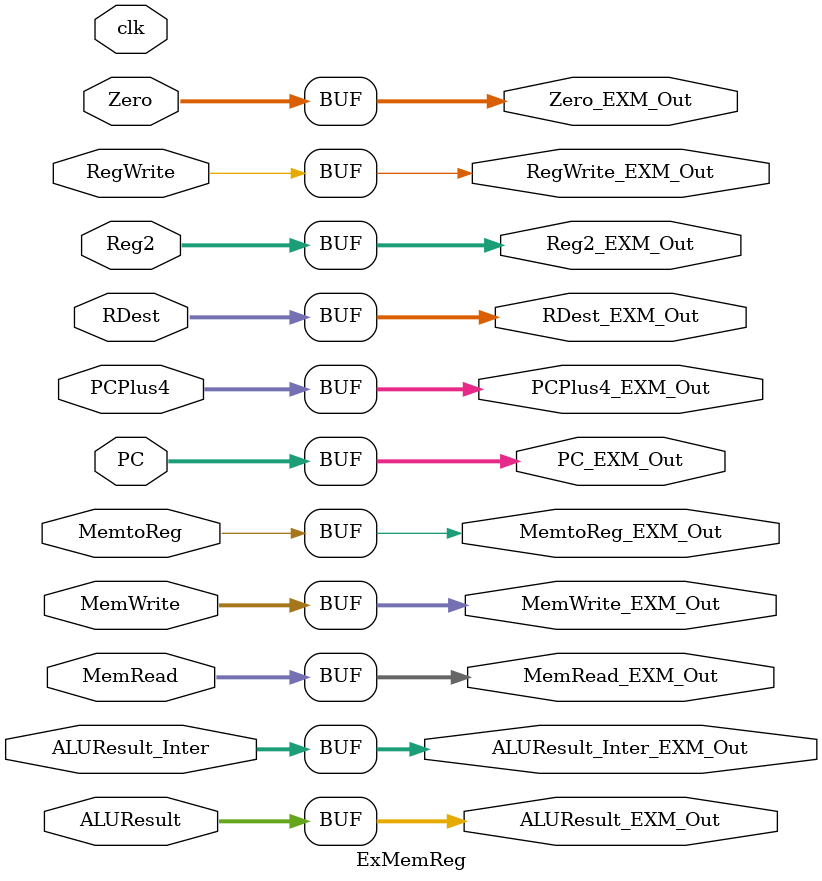
<source format=sv>
`timescale 1ns / 1ps


module ExMemReg #(
    parameter PC_W = 9, // Program Counter
    parameter RF_ADDRESS = 5, // Register File Address
    parameter DATA_W = 32 // Data WriteData
    )(
    input clk,
    
    input logic MemtoReg, RegWrite,
    input logic [2:0] MemRead,
    input logic [1:0] MemWrite,
    input logic [DATA_W-1:0] Zero, ALUResult, ALUResult_Inter, Reg2, 
    input logic [RF_ADDRESS-1:0] RDest,
    input logic [PC_W-1:0] PC, PCPlus4,
    
    output logic MemtoReg_EXM_Out, RegWrite_EXM_Out,
    output logic [2:0] MemRead_EXM_Out,
    output logic [1:0] MemWrite_EXM_Out,
    output logic [DATA_W-1:0] Zero_EXM_Out, ALUResult_EXM_Out, ALUResult_Inter_EXM_Out, Reg2_EXM_Out, 
    output logic [RF_ADDRESS-1:0] RDest_EXM_Out,
    output logic [PC_W-1:0] PC_EXM_Out, PCPlus4_EXM_Out
    );

assign MemtoReg_EXM_Out = MemtoReg;
assign RegWrite_EXM_Out = RegWrite;
assign MemRead_EXM_Out = MemRead;
assign MemWrite_EXM_Out = MemWrite;
assign Zero_EXM_Out = Zero;
assign ALUResult_EXM_Out = ALUResult;
assign ALUResult_Inter_EXM_Out = ALUResult_Inter;
assign Reg2_EXM_Out = Reg2;
assign RDest_EXM_Out = RDest;
assign PC_EXM_Out = PC;
assign PCPlus4_EXM_Out = PCPlus4;

endmodule

</source>
